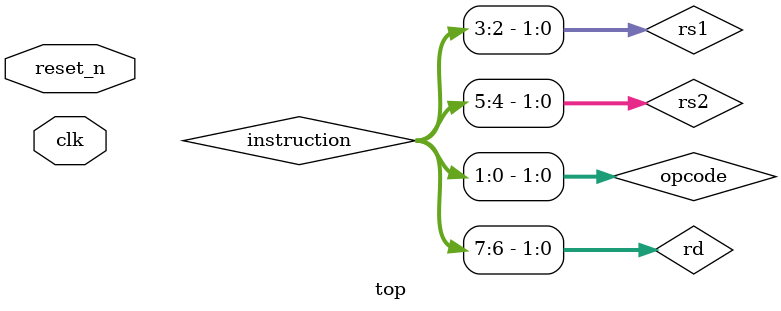
<source format=sv>
`timescale 1ns / 1ps


module top (
    input logic clk,
    input logic reset_n

    );
    localparam PROG_VALUE = 3;
    localparam IMEM_DEPTH = 4;
//    localparam REGF_WIDTH = 16;
    localparam ALU_WIDTH = 16;
    
    // PROGRAM COUNTER
    logic [$clog2(PROG_VALUE)-1:0] prog_count;
    
    program_counter #(.PROG_VALUE(PROG_VALUE)) prog_counter (
        .clk(clk),
        .reset_n(reset_n),
        .count(prog_count)
    );
    
    // INSTRUCTION MEMORY
    logic [7:0] instruction;
    
    instruction_memory #(.IMEM_DEPTH(IMEM_DEPTH), .PROG_VALUE(PROG_VALUE)) inst_memory(
        .clk(clk),
        .program_count(prog_count),
        .instruction(instruction)
    );
    
    // ALU
    logic [1:0] opcode;
    logic [ALU_WIDTH-1:0] op1, op2, alu_result;
    
    assign opcode = instruction[1:0];
    
    alu #(.ALU_WIDTH(ALU_WIDTH)) alu_inst (
        .op1(op1),
        .op2(op2),
        .alu_op(opcode),
        .alu_result(alu_result)
    );
    
    // REGISTER FILE
    logic [1:0] rs1, rs2, rd;

    assign rs1 = instruction[3:2];
    assign rs2 = instruction[5:4];
    assign rd = instruction[7:6];
    
    register_file#(.REGF_WIDTH(ALU_WIDTH)) reg_file(  
        .clk(clk),    
        .write_en(1'b1),    
        .write_addr(rd),    
        .write_data(alu_result),
        .read_addr1(rs1),  
        .read_addr2(rs2),  
        .read_data1(op1),  
        .read_data2(op2)  
    );

endmodule

</source>
